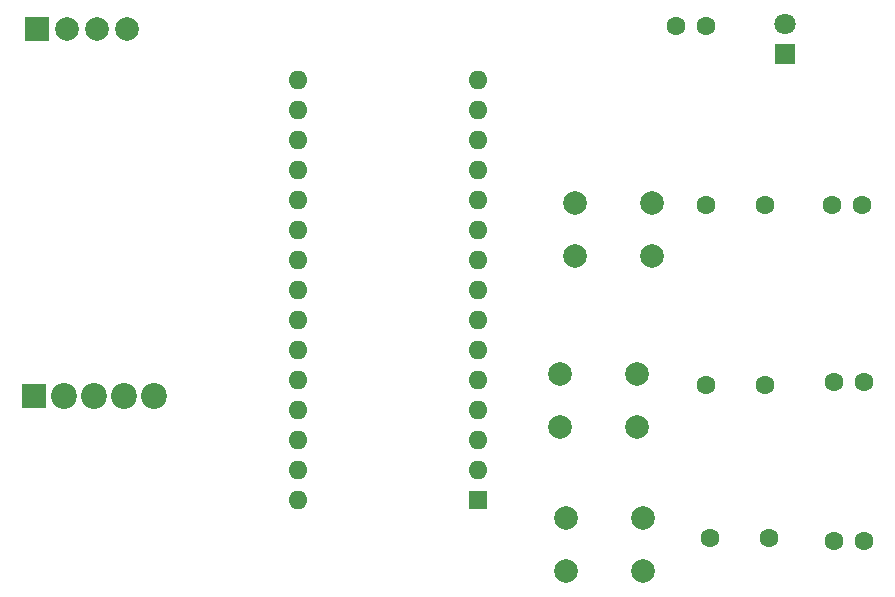
<source format=gbr>
%TF.GenerationSoftware,KiCad,Pcbnew,9.0.2*%
%TF.CreationDate,2025-06-05T21:12:55+05:30*%
%TF.ProjectId,1 try,31207472-792e-46b6-9963-61645f706362,rev?*%
%TF.SameCoordinates,Original*%
%TF.FileFunction,Soldermask,Bot*%
%TF.FilePolarity,Negative*%
%FSLAX46Y46*%
G04 Gerber Fmt 4.6, Leading zero omitted, Abs format (unit mm)*
G04 Created by KiCad (PCBNEW 9.0.2) date 2025-06-05 21:12:55*
%MOMM*%
%LPD*%
G01*
G04 APERTURE LIST*
%ADD10R,1.600000X1.600000*%
%ADD11O,1.600000X1.600000*%
%ADD12C,2.000000*%
%ADD13C,1.600000*%
%ADD14R,2.100000X2.100000*%
%ADD15C,2.200000*%
%ADD16R,1.800000X1.800000*%
%ADD17C,1.800000*%
G04 APERTURE END LIST*
D10*
%TO.C,A1*%
X128000000Y-106160000D03*
D11*
X128000000Y-103620000D03*
X128000000Y-101080000D03*
X128000000Y-98540000D03*
X128000000Y-96000000D03*
X128000000Y-93460000D03*
X128000000Y-90920000D03*
X128000000Y-88380000D03*
X128000000Y-85840000D03*
X128000000Y-83300000D03*
X128000000Y-80760000D03*
X128000000Y-78220000D03*
X128000000Y-75680000D03*
X128000000Y-73140000D03*
X128000000Y-70600000D03*
X112760000Y-70600000D03*
X112760000Y-73140000D03*
X112760000Y-75680000D03*
X112760000Y-78220000D03*
X112760000Y-80760000D03*
X112760000Y-83300000D03*
X112760000Y-85840000D03*
X112760000Y-88380000D03*
X112760000Y-90920000D03*
X112760000Y-93460000D03*
X112760000Y-96000000D03*
X112760000Y-98540000D03*
X112760000Y-101080000D03*
X112760000Y-103620000D03*
X112760000Y-106160000D03*
%TD*%
D12*
%TO.C,SW3*%
X135486000Y-107696000D03*
X141986000Y-107696000D03*
X135486000Y-112196000D03*
X141986000Y-112196000D03*
%TD*%
D13*
%TO.C,R1*%
X158040000Y-81244000D03*
X160580000Y-81244000D03*
%TD*%
%TO.C,C2*%
X147372000Y-96484000D03*
X152372000Y-96484000D03*
%TD*%
D14*
%TO.C,U2*%
X90677700Y-66340000D03*
D12*
X93230000Y-66352300D03*
X95770000Y-66340000D03*
X98310000Y-66340000D03*
%TD*%
D13*
%TO.C,R2*%
X158186000Y-96230000D03*
X160726000Y-96230000D03*
%TD*%
D14*
%TO.C,U1*%
X90420000Y-97420000D03*
D15*
X92960000Y-97420000D03*
X95500000Y-97420000D03*
X98040000Y-97420000D03*
X100580000Y-97420000D03*
%TD*%
D16*
%TO.C,PCB-1*%
X154051000Y-68453000D03*
D17*
X154051000Y-65913000D03*
%TD*%
D12*
%TO.C,SW2*%
X134978000Y-95504000D03*
X141478000Y-95504000D03*
X134978000Y-100004000D03*
X141478000Y-100004000D03*
%TD*%
D13*
%TO.C,R3*%
X158186000Y-109692000D03*
X160726000Y-109692000D03*
%TD*%
D12*
%TO.C,SW1*%
X136248000Y-81026000D03*
X142748000Y-81026000D03*
X136248000Y-85526000D03*
X142748000Y-85526000D03*
%TD*%
D13*
%TO.C,R4*%
X144780000Y-66040000D03*
X147320000Y-66040000D03*
%TD*%
%TO.C,C1*%
X147372000Y-81244000D03*
X152372000Y-81244000D03*
%TD*%
%TO.C,C3*%
X147666000Y-109438000D03*
X152666000Y-109438000D03*
%TD*%
M02*

</source>
